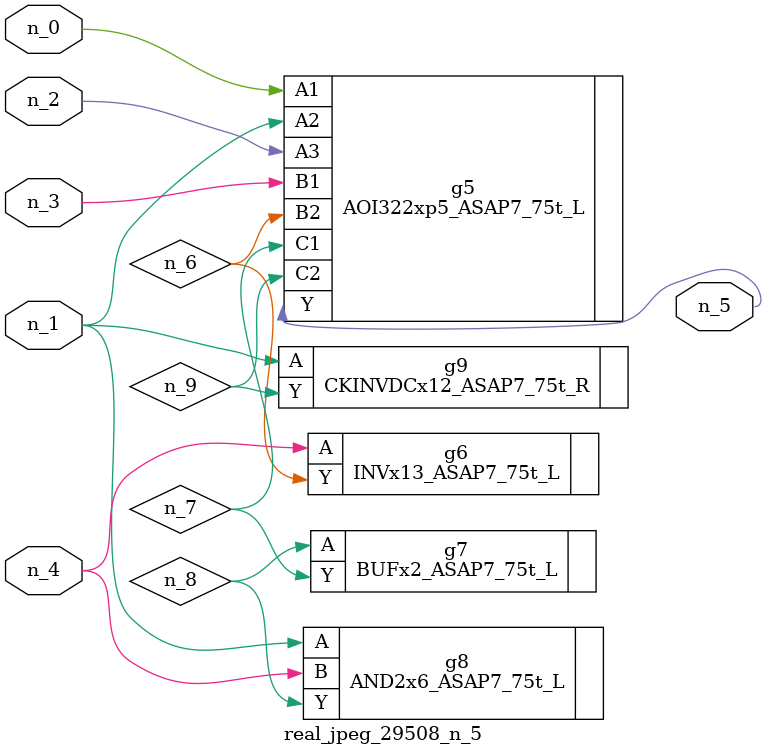
<source format=v>
module real_jpeg_29508_n_5 (n_4, n_0, n_1, n_2, n_3, n_5);

input n_4;
input n_0;
input n_1;
input n_2;
input n_3;

output n_5;

wire n_8;
wire n_6;
wire n_7;
wire n_9;

AOI322xp5_ASAP7_75t_L g5 ( 
.A1(n_0),
.A2(n_1),
.A3(n_2),
.B1(n_3),
.B2(n_6),
.C1(n_7),
.C2(n_9),
.Y(n_5)
);

AND2x6_ASAP7_75t_L g8 ( 
.A(n_1),
.B(n_4),
.Y(n_8)
);

CKINVDCx12_ASAP7_75t_R g9 ( 
.A(n_1),
.Y(n_9)
);

INVx13_ASAP7_75t_L g6 ( 
.A(n_4),
.Y(n_6)
);

BUFx2_ASAP7_75t_L g7 ( 
.A(n_8),
.Y(n_7)
);


endmodule
</source>
